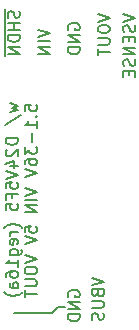
<source format=gbr>
%TF.GenerationSoftware,KiCad,Pcbnew,(6.0.5-0)*%
%TF.CreationDate,2022-11-19T14:20:50-08:00*%
%TF.ProjectId,teensy-lc-reg-adpt,7465656e-7379-42d6-9c63-2d7265672d61,rev?*%
%TF.SameCoordinates,PX8a12ae0PY695f190*%
%TF.FileFunction,Legend,Bot*%
%TF.FilePolarity,Positive*%
%FSLAX46Y46*%
G04 Gerber Fmt 4.6, Leading zero omitted, Abs format (unit mm)*
G04 Created by KiCad (PCBNEW (6.0.5-0)) date 2022-11-19 14:20:50*
%MOMM*%
%LPD*%
G01*
G04 APERTURE LIST*
%ADD10C,0.150000*%
G04 APERTURE END LIST*
D10*
X8763000Y1778000D02*
X9398000Y1778000D01*
X8255000Y1270000D02*
X8763000Y1778000D01*
X5080000Y1270000D02*
X8255000Y1270000D01*
X9660000Y2637215D02*
X9612380Y2732453D01*
X9612380Y2875310D01*
X9660000Y3018167D01*
X9755238Y3113405D01*
X9850476Y3161024D01*
X10040952Y3208643D01*
X10183809Y3208643D01*
X10374285Y3161024D01*
X10469523Y3113405D01*
X10564761Y3018167D01*
X10612380Y2875310D01*
X10612380Y2780072D01*
X10564761Y2637215D01*
X10517142Y2589596D01*
X10183809Y2589596D01*
X10183809Y2780072D01*
X10612380Y2161024D02*
X9612380Y2161024D01*
X10612380Y1589596D01*
X9612380Y1589596D01*
X10612380Y1113405D02*
X9612380Y1113405D01*
X9612380Y875310D01*
X9660000Y732453D01*
X9755238Y637215D01*
X9850476Y589596D01*
X10040952Y541977D01*
X10183809Y541977D01*
X10374285Y589596D01*
X10469523Y637215D01*
X10564761Y732453D01*
X10612380Y875310D01*
X10612380Y1113405D01*
X11644380Y4240405D02*
X12644380Y3907072D01*
X11644380Y3573739D01*
X12120571Y2907072D02*
X12168190Y2764215D01*
X12215809Y2716596D01*
X12311047Y2668977D01*
X12453904Y2668977D01*
X12549142Y2716596D01*
X12596761Y2764215D01*
X12644380Y2859453D01*
X12644380Y3240405D01*
X11644380Y3240405D01*
X11644380Y2907072D01*
X11692000Y2811834D01*
X11739619Y2764215D01*
X11834857Y2716596D01*
X11930095Y2716596D01*
X12025333Y2764215D01*
X12072952Y2811834D01*
X12120571Y2907072D01*
X12120571Y3240405D01*
X11644380Y2240405D02*
X12453904Y2240405D01*
X12549142Y2192786D01*
X12596761Y2145167D01*
X12644380Y2049929D01*
X12644380Y1859453D01*
X12596761Y1764215D01*
X12549142Y1716596D01*
X12453904Y1668977D01*
X11644380Y1668977D01*
X12596761Y1240405D02*
X12644380Y1097548D01*
X12644380Y859453D01*
X12596761Y764215D01*
X12549142Y716596D01*
X12453904Y668977D01*
X12358666Y668977D01*
X12263428Y716596D01*
X12215809Y764215D01*
X12168190Y859453D01*
X12120571Y1049929D01*
X12072952Y1145167D01*
X12025333Y1192786D01*
X11930095Y1240405D01*
X11834857Y1240405D01*
X11739619Y1192786D01*
X11692000Y1145167D01*
X11644380Y1049929D01*
X11644380Y811834D01*
X11692000Y668977D01*
X14311380Y26576310D02*
X15311380Y26242977D01*
X14311380Y25909643D01*
X15263761Y25623929D02*
X15311380Y25481072D01*
X15311380Y25242977D01*
X15263761Y25147739D01*
X15216142Y25100120D01*
X15120904Y25052500D01*
X15025666Y25052500D01*
X14930428Y25100120D01*
X14882809Y25147739D01*
X14835190Y25242977D01*
X14787571Y25433453D01*
X14739952Y25528691D01*
X14692333Y25576310D01*
X14597095Y25623929D01*
X14501857Y25623929D01*
X14406619Y25576310D01*
X14359000Y25528691D01*
X14311380Y25433453D01*
X14311380Y25195358D01*
X14359000Y25052500D01*
X14787571Y24623929D02*
X14787571Y24290596D01*
X15311380Y24147739D02*
X15311380Y24623929D01*
X14311380Y24623929D01*
X14311380Y24147739D01*
X15311380Y23719167D02*
X14311380Y23719167D01*
X15311380Y23147739D01*
X14311380Y23147739D01*
X15263761Y22719167D02*
X15311380Y22576310D01*
X15311380Y22338215D01*
X15263761Y22242977D01*
X15216142Y22195358D01*
X15120904Y22147739D01*
X15025666Y22147739D01*
X14930428Y22195358D01*
X14882809Y22242977D01*
X14835190Y22338215D01*
X14787571Y22528691D01*
X14739952Y22623929D01*
X14692333Y22671548D01*
X14597095Y22719167D01*
X14501857Y22719167D01*
X14406619Y22671548D01*
X14359000Y22623929D01*
X14311380Y22528691D01*
X14311380Y22290596D01*
X14359000Y22147739D01*
X14787571Y21719167D02*
X14787571Y21385834D01*
X15311380Y21242977D02*
X15311380Y21719167D01*
X14311380Y21719167D01*
X14311380Y21242977D01*
X4695714Y18985477D02*
X5362380Y18795000D01*
X4886190Y18604524D01*
X5362380Y18414048D01*
X4695714Y18223572D01*
X4314761Y17128334D02*
X5600476Y17985477D01*
X5362380Y16033096D02*
X4362380Y16033096D01*
X4362380Y15795000D01*
X4410000Y15652143D01*
X4505238Y15556905D01*
X4600476Y15509286D01*
X4790952Y15461667D01*
X4933809Y15461667D01*
X5124285Y15509286D01*
X5219523Y15556905D01*
X5314761Y15652143D01*
X5362380Y15795000D01*
X5362380Y16033096D01*
X4457619Y15080715D02*
X4410000Y15033096D01*
X4362380Y14937858D01*
X4362380Y14699762D01*
X4410000Y14604524D01*
X4457619Y14556905D01*
X4552857Y14509286D01*
X4648095Y14509286D01*
X4790952Y14556905D01*
X5362380Y15128334D01*
X5362380Y14509286D01*
X4695714Y13652143D02*
X5362380Y13652143D01*
X4314761Y13890239D02*
X5029047Y14128334D01*
X5029047Y13509286D01*
X4362380Y13271191D02*
X5362380Y12937858D01*
X4362380Y12604524D01*
X4362380Y11795000D02*
X4362380Y12271191D01*
X4838571Y12318810D01*
X4790952Y12271191D01*
X4743333Y12175953D01*
X4743333Y11937858D01*
X4790952Y11842620D01*
X4838571Y11795000D01*
X4933809Y11747381D01*
X5171904Y11747381D01*
X5267142Y11795000D01*
X5314761Y11842620D01*
X5362380Y11937858D01*
X5362380Y12175953D01*
X5314761Y12271191D01*
X5267142Y12318810D01*
X4838571Y10985477D02*
X4838571Y11318810D01*
X5362380Y11318810D02*
X4362380Y11318810D01*
X4362380Y10842620D01*
X4362380Y9985477D02*
X4362380Y10461667D01*
X4838571Y10509286D01*
X4790952Y10461667D01*
X4743333Y10366429D01*
X4743333Y10128334D01*
X4790952Y10033096D01*
X4838571Y9985477D01*
X4933809Y9937858D01*
X5171904Y9937858D01*
X5267142Y9985477D01*
X5314761Y10033096D01*
X5362380Y10128334D01*
X5362380Y10366429D01*
X5314761Y10461667D01*
X5267142Y10509286D01*
X5743333Y8461667D02*
X5695714Y8509286D01*
X5552857Y8604524D01*
X5457619Y8652143D01*
X5314761Y8699762D01*
X5076666Y8747381D01*
X4886190Y8747381D01*
X4648095Y8699762D01*
X4505238Y8652143D01*
X4410000Y8604524D01*
X4267142Y8509286D01*
X4219523Y8461667D01*
X5362380Y8080715D02*
X4695714Y8080715D01*
X4886190Y8080715D02*
X4790952Y8033096D01*
X4743333Y7985477D01*
X4695714Y7890239D01*
X4695714Y7795000D01*
X5314761Y7080715D02*
X5362380Y7175953D01*
X5362380Y7366429D01*
X5314761Y7461667D01*
X5219523Y7509286D01*
X4838571Y7509286D01*
X4743333Y7461667D01*
X4695714Y7366429D01*
X4695714Y7175953D01*
X4743333Y7080715D01*
X4838571Y7033096D01*
X4933809Y7033096D01*
X5029047Y7509286D01*
X4695714Y6175953D02*
X5505238Y6175953D01*
X5600476Y6223572D01*
X5648095Y6271191D01*
X5695714Y6366429D01*
X5695714Y6509286D01*
X5648095Y6604524D01*
X5314761Y6175953D02*
X5362380Y6271191D01*
X5362380Y6461667D01*
X5314761Y6556905D01*
X5267142Y6604524D01*
X5171904Y6652143D01*
X4886190Y6652143D01*
X4790952Y6604524D01*
X4743333Y6556905D01*
X4695714Y6461667D01*
X4695714Y6271191D01*
X4743333Y6175953D01*
X5362380Y5175953D02*
X5362380Y5747381D01*
X5362380Y5461667D02*
X4362380Y5461667D01*
X4505238Y5556905D01*
X4600476Y5652143D01*
X4648095Y5747381D01*
X4362380Y4318810D02*
X4362380Y4509286D01*
X4410000Y4604524D01*
X4457619Y4652143D01*
X4600476Y4747381D01*
X4790952Y4795000D01*
X5171904Y4795000D01*
X5267142Y4747381D01*
X5314761Y4699762D01*
X5362380Y4604524D01*
X5362380Y4414048D01*
X5314761Y4318810D01*
X5267142Y4271191D01*
X5171904Y4223572D01*
X4933809Y4223572D01*
X4838571Y4271191D01*
X4790952Y4318810D01*
X4743333Y4414048D01*
X4743333Y4604524D01*
X4790952Y4699762D01*
X4838571Y4747381D01*
X4933809Y4795000D01*
X5362380Y3366429D02*
X4838571Y3366429D01*
X4743333Y3414048D01*
X4695714Y3509286D01*
X4695714Y3699762D01*
X4743333Y3795000D01*
X5314761Y3366429D02*
X5362380Y3461667D01*
X5362380Y3699762D01*
X5314761Y3795000D01*
X5219523Y3842620D01*
X5124285Y3842620D01*
X5029047Y3795000D01*
X4981428Y3699762D01*
X4981428Y3461667D01*
X4933809Y3366429D01*
X5743333Y2985477D02*
X5695714Y2937858D01*
X5552857Y2842620D01*
X5457619Y2795000D01*
X5314761Y2747381D01*
X5076666Y2699762D01*
X4886190Y2699762D01*
X4648095Y2747381D01*
X4505238Y2795000D01*
X4410000Y2842620D01*
X4267142Y2937858D01*
X4219523Y2985477D01*
X5972380Y18366429D02*
X5972380Y18842620D01*
X6448571Y18890239D01*
X6400952Y18842620D01*
X6353333Y18747381D01*
X6353333Y18509286D01*
X6400952Y18414048D01*
X6448571Y18366429D01*
X6543809Y18318810D01*
X6781904Y18318810D01*
X6877142Y18366429D01*
X6924761Y18414048D01*
X6972380Y18509286D01*
X6972380Y18747381D01*
X6924761Y18842620D01*
X6877142Y18890239D01*
X6877142Y17890239D02*
X6924761Y17842620D01*
X6972380Y17890239D01*
X6924761Y17937858D01*
X6877142Y17890239D01*
X6972380Y17890239D01*
X6972380Y16890239D02*
X6972380Y17461667D01*
X6972380Y17175953D02*
X5972380Y17175953D01*
X6115238Y17271191D01*
X6210476Y17366429D01*
X6258095Y17461667D01*
X6591428Y16461667D02*
X6591428Y15699762D01*
X5972380Y15318810D02*
X5972380Y14699762D01*
X6353333Y15033096D01*
X6353333Y14890239D01*
X6400952Y14795000D01*
X6448571Y14747381D01*
X6543809Y14699762D01*
X6781904Y14699762D01*
X6877142Y14747381D01*
X6924761Y14795000D01*
X6972380Y14890239D01*
X6972380Y15175953D01*
X6924761Y15271191D01*
X6877142Y15318810D01*
X5972380Y13842620D02*
X5972380Y14033096D01*
X6020000Y14128334D01*
X6067619Y14175953D01*
X6210476Y14271191D01*
X6400952Y14318810D01*
X6781904Y14318810D01*
X6877142Y14271191D01*
X6924761Y14223572D01*
X6972380Y14128334D01*
X6972380Y13937858D01*
X6924761Y13842620D01*
X6877142Y13795000D01*
X6781904Y13747381D01*
X6543809Y13747381D01*
X6448571Y13795000D01*
X6400952Y13842620D01*
X6353333Y13937858D01*
X6353333Y14128334D01*
X6400952Y14223572D01*
X6448571Y14271191D01*
X6543809Y14318810D01*
X5972380Y13461667D02*
X6972380Y13128334D01*
X5972380Y12795000D01*
X5972380Y11842620D02*
X6972380Y11509286D01*
X5972380Y11175953D01*
X6972380Y10842620D02*
X5972380Y10842620D01*
X6972380Y10366429D02*
X5972380Y10366429D01*
X6972380Y9795000D01*
X5972380Y9795000D01*
X5972380Y8080715D02*
X5972380Y8556905D01*
X6448571Y8604524D01*
X6400952Y8556905D01*
X6353333Y8461667D01*
X6353333Y8223572D01*
X6400952Y8128334D01*
X6448571Y8080715D01*
X6543809Y8033096D01*
X6781904Y8033096D01*
X6877142Y8080715D01*
X6924761Y8128334D01*
X6972380Y8223572D01*
X6972380Y8461667D01*
X6924761Y8556905D01*
X6877142Y8604524D01*
X5972380Y7747381D02*
X6972380Y7414048D01*
X5972380Y7080715D01*
X5972380Y6128334D02*
X6972380Y5795000D01*
X5972380Y5461667D01*
X5972380Y4937858D02*
X5972380Y4747381D01*
X6020000Y4652143D01*
X6115238Y4556905D01*
X6305714Y4509286D01*
X6639047Y4509286D01*
X6829523Y4556905D01*
X6924761Y4652143D01*
X6972380Y4747381D01*
X6972380Y4937858D01*
X6924761Y5033096D01*
X6829523Y5128334D01*
X6639047Y5175953D01*
X6305714Y5175953D01*
X6115238Y5128334D01*
X6020000Y5033096D01*
X5972380Y4937858D01*
X5972380Y4080715D02*
X6781904Y4080715D01*
X6877142Y4033096D01*
X6924761Y3985477D01*
X6972380Y3890239D01*
X6972380Y3699762D01*
X6924761Y3604524D01*
X6877142Y3556905D01*
X6781904Y3509286D01*
X5972380Y3509286D01*
X5972380Y3175953D02*
X5972380Y2604524D01*
X6972380Y2890239D02*
X5972380Y2890239D01*
X12152380Y26576548D02*
X13152380Y26243215D01*
X12152380Y25909881D01*
X12152380Y25386072D02*
X12152380Y25195596D01*
X12200000Y25100358D01*
X12295238Y25005120D01*
X12485714Y24957500D01*
X12819047Y24957500D01*
X13009523Y25005120D01*
X13104761Y25100358D01*
X13152380Y25195596D01*
X13152380Y25386072D01*
X13104761Y25481310D01*
X13009523Y25576548D01*
X12819047Y25624167D01*
X12485714Y25624167D01*
X12295238Y25576548D01*
X12200000Y25481310D01*
X12152380Y25386072D01*
X12152380Y24528929D02*
X12961904Y24528929D01*
X13057142Y24481310D01*
X13104761Y24433691D01*
X13152380Y24338453D01*
X13152380Y24147977D01*
X13104761Y24052739D01*
X13057142Y24005120D01*
X12961904Y23957500D01*
X12152380Y23957500D01*
X12152380Y23624167D02*
X12152380Y23052739D01*
X13152380Y23338453D02*
X12152380Y23338453D01*
X4250000Y27005120D02*
X4250000Y26052739D01*
X5484761Y26814643D02*
X5532380Y26671786D01*
X5532380Y26433691D01*
X5484761Y26338453D01*
X5437142Y26290834D01*
X5341904Y26243215D01*
X5246666Y26243215D01*
X5151428Y26290834D01*
X5103809Y26338453D01*
X5056190Y26433691D01*
X5008571Y26624167D01*
X4960952Y26719405D01*
X4913333Y26767024D01*
X4818095Y26814643D01*
X4722857Y26814643D01*
X4627619Y26767024D01*
X4580000Y26719405D01*
X4532380Y26624167D01*
X4532380Y26386072D01*
X4580000Y26243215D01*
X4250000Y26052739D02*
X4250000Y25005120D01*
X5532380Y25814643D02*
X4532380Y25814643D01*
X5008571Y25814643D02*
X5008571Y25243215D01*
X5532380Y25243215D02*
X4532380Y25243215D01*
X4250000Y25005120D02*
X4250000Y24005120D01*
X5532380Y24767024D02*
X4532380Y24767024D01*
X4532380Y24528929D01*
X4580000Y24386072D01*
X4675238Y24290834D01*
X4770476Y24243215D01*
X4960952Y24195596D01*
X5103809Y24195596D01*
X5294285Y24243215D01*
X5389523Y24290834D01*
X5484761Y24386072D01*
X5532380Y24528929D01*
X5532380Y24767024D01*
X4250000Y24005120D02*
X4250000Y22957500D01*
X5532380Y23767024D02*
X4532380Y23767024D01*
X5532380Y23195596D01*
X4532380Y23195596D01*
X9660000Y25243215D02*
X9612380Y25338453D01*
X9612380Y25481310D01*
X9660000Y25624167D01*
X9755238Y25719405D01*
X9850476Y25767024D01*
X10040952Y25814643D01*
X10183809Y25814643D01*
X10374285Y25767024D01*
X10469523Y25719405D01*
X10564761Y25624167D01*
X10612380Y25481310D01*
X10612380Y25386072D01*
X10564761Y25243215D01*
X10517142Y25195596D01*
X10183809Y25195596D01*
X10183809Y25386072D01*
X10612380Y24767024D02*
X9612380Y24767024D01*
X10612380Y24195596D01*
X9612380Y24195596D01*
X10612380Y23719405D02*
X9612380Y23719405D01*
X9612380Y23481310D01*
X9660000Y23338453D01*
X9755238Y23243215D01*
X9850476Y23195596D01*
X10040952Y23147977D01*
X10183809Y23147977D01*
X10374285Y23195596D01*
X10469523Y23243215D01*
X10564761Y23338453D01*
X10612380Y23481310D01*
X10612380Y23719405D01*
X7072380Y25243215D02*
X8072380Y24909881D01*
X7072380Y24576548D01*
X8072380Y24243215D02*
X7072380Y24243215D01*
X8072380Y23767024D02*
X7072380Y23767024D01*
X8072380Y23195596D01*
X7072380Y23195596D01*
M02*

</source>
